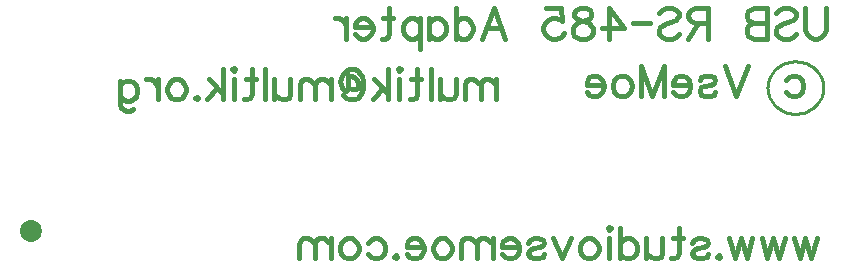
<source format=gbr>
%TF.GenerationSoftware,Novarm,DipTrace,3.0.0.2*%
%TF.CreationDate,2017-02-07T17:04:22+02:00*%
%FSLAX26Y26*%
%MOIN*%
%TF.FileFunction,Legend,Bot*%
%TF.Part,Single*%
%ADD16C,0.01*%
%ADD17C,0.073259*%
%ADD105C,0.015439*%
G75*
G01*
%LPD*%
X3132082Y1219150D2*
D16*
X3132309Y1225243D1*
X3132987Y1231307D1*
X3134114Y1237311D1*
X3135684Y1243226D1*
X3137690Y1249025D1*
X3140121Y1254678D1*
X3142966Y1260157D1*
X3146211Y1265437D1*
X3149840Y1270492D1*
X3153836Y1275296D1*
X3158179Y1279827D1*
X3162847Y1284062D1*
X3167819Y1287981D1*
X3173069Y1291564D1*
X3178573Y1294795D1*
X3184304Y1297658D1*
X3190233Y1300137D1*
X3196331Y1302223D1*
X3202570Y1303903D1*
X3208918Y1305171D1*
X3215345Y1306019D1*
X3221820Y1306444D1*
X3228310D1*
X3234784Y1306019D1*
X3241211Y1305171D1*
X3247559Y1303903D1*
X3253798Y1302223D1*
X3259897Y1300137D1*
X3265826Y1297658D1*
X3271556Y1294795D1*
X3277060Y1291564D1*
X3282310Y1287981D1*
X3287282Y1284062D1*
X3291951Y1279827D1*
X3296293Y1275296D1*
X3300289Y1270492D1*
X3303918Y1265437D1*
X3307163Y1260157D1*
X3310009Y1254678D1*
X3312440Y1249025D1*
X3314445Y1243226D1*
X3316015Y1237311D1*
X3317142Y1231307D1*
X3317821Y1225243D1*
X3318047Y1219150D1*
X3317821Y1213057D1*
X3317142Y1206994D1*
X3316015Y1200990D1*
X3314445Y1195074D1*
X3312440Y1189276D1*
X3310009Y1183623D1*
X3307163Y1178143D1*
X3303918Y1172863D1*
X3300289Y1167809D1*
X3296293Y1163005D1*
X3291951Y1158474D1*
X3287282Y1154239D1*
X3282310Y1150320D1*
X3277060Y1146736D1*
X3271556Y1143505D1*
X3265826Y1140643D1*
X3259897Y1138163D1*
X3253798Y1136078D1*
X3247559Y1134398D1*
X3241211Y1133130D1*
X3234784Y1132282D1*
X3228310Y1131856D1*
X3221820D1*
X3215345Y1132282D1*
X3208918Y1133130D1*
X3202570Y1134398D1*
X3196331Y1136078D1*
X3190233Y1138163D1*
X3184304Y1140643D1*
X3178573Y1143505D1*
X3173069Y1146736D1*
X3167819Y1150320D1*
X3162847Y1154239D1*
X3158179Y1158474D1*
X3153836Y1163005D1*
X3149840Y1167809D1*
X3146211Y1172863D1*
X3142966Y1178143D1*
X3140121Y1183623D1*
X3137690Y1189276D1*
X3135684Y1195074D1*
X3134114Y1200990D1*
X3132987Y1206994D1*
X3132309Y1213057D1*
X3132082Y1219150D1*
D17*
X677905Y740149D3*
X3325627Y1483171D2*
D105*
Y1411431D1*
X3320873Y1397061D1*
X3311257Y1387555D1*
X3296886Y1382691D1*
X3287380D1*
X3273010Y1387555D1*
X3263393Y1397061D1*
X3258640Y1411431D1*
Y1483171D1*
X3160775Y1468801D2*
X3170281Y1478418D1*
X3184651Y1483171D1*
X3203774D1*
X3218145Y1478418D1*
X3227761Y1468801D1*
Y1459295D1*
X3222898Y1449678D1*
X3218145Y1444924D1*
X3208638Y1440171D1*
X3179898Y1430554D1*
X3170281Y1425801D1*
X3165528Y1420937D1*
X3160775Y1411431D1*
Y1397061D1*
X3170281Y1387555D1*
X3184651Y1382691D1*
X3203774D1*
X3218145Y1387555D1*
X3227761Y1397061D1*
X3129896Y1483171D2*
Y1382691D1*
X3086786D1*
X3072416Y1387555D1*
X3067663Y1392308D1*
X3062910Y1401814D1*
Y1416184D1*
X3067663Y1425801D1*
X3072416Y1430554D1*
X3086786Y1435308D1*
X3072416Y1440171D1*
X3067663Y1444924D1*
X3062910Y1454431D1*
Y1464048D1*
X3067663Y1473554D1*
X3072416Y1478418D1*
X3086786Y1483171D1*
X3129896D1*
Y1435308D2*
X3086786D1*
X2934829D2*
X2891829D1*
X2877459Y1440171D1*
X2872596Y1444924D1*
X2867843Y1454431D1*
Y1464048D1*
X2872596Y1473554D1*
X2877459Y1478418D1*
X2891829Y1483171D1*
X2934829D1*
Y1382691D1*
X2901336Y1435308D2*
X2867843Y1382691D1*
X2769977Y1468801D2*
X2779484Y1478418D1*
X2793854Y1483171D1*
X2812977D1*
X2827347Y1478418D1*
X2836964Y1468801D1*
Y1459295D1*
X2832100Y1449678D1*
X2827347Y1444924D1*
X2817841Y1440171D1*
X2789101Y1430554D1*
X2779484Y1425801D1*
X2774731Y1420937D1*
X2769977Y1411431D1*
Y1397061D1*
X2779484Y1387555D1*
X2793854Y1382691D1*
X2812977D1*
X2827347Y1387555D1*
X2836964Y1397061D1*
X2739099Y1432876D2*
X2683829D1*
X2605087Y1382691D2*
Y1483060D1*
X2652951Y1416184D1*
X2581211D1*
X2526456Y1483060D2*
X2540716Y1478307D1*
X2545579Y1468801D1*
Y1459184D1*
X2540716Y1449678D1*
X2531209Y1444814D1*
X2512086Y1440061D1*
X2497716Y1435308D1*
X2488210Y1425691D1*
X2483456Y1416184D1*
Y1401814D1*
X2488210Y1392308D1*
X2492963Y1387444D1*
X2507333Y1382691D1*
X2526456D1*
X2540716Y1387444D1*
X2545579Y1392308D1*
X2550332Y1401814D1*
Y1416184D1*
X2545579Y1425691D1*
X2535962Y1435308D1*
X2521703Y1440061D1*
X2502580Y1444814D1*
X2492963Y1449678D1*
X2488210Y1459184D1*
Y1468801D1*
X2492963Y1478307D1*
X2507333Y1483060D1*
X2526456D1*
X2395208D2*
X2442961D1*
X2447714Y1440061D1*
X2442961Y1444814D1*
X2428591Y1449678D1*
X2414331D1*
X2399961Y1444814D1*
X2390344Y1435308D1*
X2385591Y1420937D1*
Y1411431D1*
X2390344Y1397061D1*
X2399961Y1387444D1*
X2414331Y1382691D1*
X2428591D1*
X2442961Y1387444D1*
X2447714Y1392308D1*
X2452578Y1401814D1*
X2180907Y1382691D2*
X2219264Y1483171D1*
X2257511Y1382691D1*
X2243141Y1416184D2*
X2195277D1*
X2092659Y1483171D2*
Y1382691D1*
Y1435308D2*
X2102165Y1444924D1*
X2111782Y1449678D1*
X2126152D1*
X2135659Y1444924D1*
X2145275Y1435308D1*
X2150029Y1420937D1*
Y1411431D1*
X2145275Y1397061D1*
X2135659Y1387555D1*
X2126152Y1382691D1*
X2111782D1*
X2102165Y1387555D1*
X2092659Y1397061D1*
X2004411Y1449678D2*
Y1382691D1*
Y1435308D2*
X2013917Y1444924D1*
X2023534Y1449678D1*
X2037793D1*
X2047410Y1444924D1*
X2056917Y1435308D1*
X2061780Y1420937D1*
Y1411431D1*
X2056917Y1397061D1*
X2047410Y1387555D1*
X2037793Y1382691D1*
X2023534D1*
X2013917Y1387555D1*
X2004411Y1397061D1*
X1973532Y1449678D2*
Y1349198D1*
Y1435308D2*
X1963915Y1444814D1*
X1954409Y1449678D1*
X1940039D1*
X1930422Y1444814D1*
X1920916Y1435308D1*
X1916052Y1420937D1*
Y1411321D1*
X1920916Y1397061D1*
X1930422Y1387444D1*
X1940039Y1382691D1*
X1954409D1*
X1963915Y1387444D1*
X1973532Y1397061D1*
X1870803Y1483171D2*
Y1401814D1*
X1866050Y1387555D1*
X1856433Y1382691D1*
X1846927D1*
X1885173Y1449678D2*
X1851680D1*
X1816048Y1420937D2*
X1758679D1*
Y1430554D1*
X1763432Y1440171D1*
X1768185Y1444924D1*
X1777802Y1449678D1*
X1792172D1*
X1801678Y1444924D1*
X1811295Y1435308D1*
X1816048Y1420937D1*
Y1411431D1*
X1811295Y1397061D1*
X1801678Y1387555D1*
X1792172Y1382691D1*
X1777802D1*
X1768185Y1387555D1*
X1758679Y1397061D1*
X1727800Y1449678D2*
Y1382691D1*
Y1420937D2*
X1722936Y1435308D1*
X1713430Y1444924D1*
X1703813Y1449678D1*
X1689443D1*
X3194153Y1243707D2*
X3203770Y1253324D1*
X3213386Y1258077D1*
X3227646D1*
X3237263Y1253324D1*
X3246769Y1243707D1*
X3251633Y1229337D1*
Y1219831D1*
X3246769Y1205461D1*
X3237263Y1195954D1*
X3227646Y1191090D1*
X3213386D1*
X3203770Y1195954D1*
X3194153Y1205461D1*
X3066072Y1291570D2*
X3027826Y1191090D1*
X2989579Y1291570D1*
X2906084Y1243707D2*
X2910837Y1253324D1*
X2925207Y1258077D1*
X2939577D1*
X2953948Y1253324D1*
X2958701Y1243707D1*
X2953948Y1234201D1*
X2944331Y1229337D1*
X2920454Y1224584D1*
X2910837Y1219831D1*
X2906084Y1210214D1*
Y1205461D1*
X2910837Y1195954D1*
X2925207Y1191090D1*
X2939577D1*
X2953948Y1195954D1*
X2958701Y1205461D1*
X2875206Y1229337D2*
X2817836D1*
Y1238954D1*
X2822589Y1248571D1*
X2827342Y1253324D1*
X2836959Y1258077D1*
X2851329D1*
X2860836Y1253324D1*
X2870452Y1243707D1*
X2875206Y1229337D1*
Y1219831D1*
X2870452Y1205461D1*
X2860836Y1195954D1*
X2851329Y1191090D1*
X2836959D1*
X2827342Y1195954D1*
X2817836Y1205461D1*
X2710464Y1191090D2*
Y1291570D1*
X2748711Y1191090D1*
X2786957Y1291570D1*
Y1191090D1*
X2655709Y1258077D2*
X2665216Y1253324D1*
X2674833Y1243707D1*
X2679586Y1229337D1*
Y1219831D1*
X2674833Y1205461D1*
X2665216Y1195954D1*
X2655709Y1191090D1*
X2641339D1*
X2631722Y1195954D1*
X2622216Y1205461D1*
X2617352Y1219831D1*
Y1229337D1*
X2622216Y1243707D1*
X2631722Y1253324D1*
X2641339Y1258077D1*
X2655709D1*
X2586474Y1229337D2*
X2529104D1*
Y1238954D1*
X2533857Y1248571D1*
X2538610Y1253324D1*
X2548227Y1258077D1*
X2562597D1*
X2572104Y1253324D1*
X2581721Y1243707D1*
X2586474Y1229337D1*
Y1219831D1*
X2581721Y1205461D1*
X2572104Y1195954D1*
X2562597Y1191090D1*
X2548227D1*
X2538610Y1195954D1*
X2529104Y1205461D1*
X3296566Y717087D2*
X3277443Y650101D1*
X3258320Y717087D1*
X3239197Y650101D1*
X3220073Y717087D1*
X3189195D2*
X3170072Y650101D1*
X3150948Y717087D1*
X3131825Y650101D1*
X3112702Y717087D1*
X3081823D2*
X3062700Y650101D1*
X3043577Y717087D1*
X3024454Y650101D1*
X3005330Y717087D1*
X2969699Y659718D2*
X2974452Y654854D1*
X2969699Y650101D1*
X2964835Y654854D1*
X2969699Y659718D1*
X2881340Y702717D2*
X2886093Y712334D1*
X2900463Y717087D1*
X2914833D1*
X2929203Y712334D1*
X2933956Y702717D1*
X2929203Y693211D1*
X2919586Y688347D1*
X2895710Y683594D1*
X2886093Y678841D1*
X2881340Y669224D1*
Y664471D1*
X2886093Y654964D1*
X2900463Y650101D1*
X2914833D1*
X2929203Y654964D1*
X2933956Y664471D1*
X2836091Y750581D2*
Y669224D1*
X2831338Y654964D1*
X2821721Y650101D1*
X2812215D1*
X2850461Y717087D2*
X2816968D1*
X2781336D2*
Y669224D1*
X2776583Y654964D1*
X2766966Y650101D1*
X2752596D1*
X2743090Y654964D1*
X2728720Y669224D1*
Y717087D2*
Y650101D1*
X2640471Y750581D2*
Y650101D1*
Y702717D2*
X2649978Y712334D1*
X2659595Y717087D1*
X2673965D1*
X2683471Y712334D1*
X2693088Y702717D1*
X2697841Y688347D1*
Y678841D1*
X2693088Y664471D1*
X2683471Y654964D1*
X2673965Y650101D1*
X2659595D1*
X2649978Y654964D1*
X2640471Y664471D1*
X2609593Y750581D2*
X2604840Y745828D1*
X2599976Y750581D1*
X2604840Y755445D1*
X2609593Y750581D1*
X2604840Y717087D2*
Y650101D1*
X2545221Y717087D2*
X2554727Y712334D1*
X2564344Y702717D1*
X2569098Y688347D1*
Y678841D1*
X2564344Y664471D1*
X2554727Y654964D1*
X2545221Y650101D1*
X2530851D1*
X2521234Y654964D1*
X2511728Y664471D1*
X2506864Y678841D1*
Y688347D1*
X2511728Y702717D1*
X2521234Y712334D1*
X2530851Y717087D1*
X2545221D1*
X2475986D2*
X2447245Y650101D1*
X2418616Y717087D1*
X2335121Y702717D2*
X2339874Y712334D1*
X2354244Y717087D1*
X2368614D1*
X2382984Y712334D1*
X2387737Y702717D1*
X2382984Y693211D1*
X2373367Y688347D1*
X2349491Y683594D1*
X2339874Y678841D1*
X2335121Y669224D1*
Y664471D1*
X2339874Y654964D1*
X2354244Y650101D1*
X2368614D1*
X2382984Y654964D1*
X2387737Y664471D1*
X2304242Y688347D2*
X2246872D1*
Y697964D1*
X2251626Y707581D1*
X2256379Y712334D1*
X2265996Y717087D1*
X2280366D1*
X2289872Y712334D1*
X2299489Y702717D1*
X2304242Y688347D1*
Y678841D1*
X2299489Y664471D1*
X2289872Y654964D1*
X2280366Y650101D1*
X2265996D1*
X2256379Y654964D1*
X2246872Y664471D1*
X2215994Y717087D2*
Y650101D1*
Y697964D2*
X2201624Y712334D1*
X2192007Y717087D1*
X2177747D1*
X2168130Y712334D1*
X2163377Y697964D1*
Y650101D1*
Y697964D2*
X2149007Y712334D1*
X2139390Y717087D1*
X2125131D1*
X2115514Y712334D1*
X2110650Y697964D1*
Y650101D1*
X2055895Y717087D2*
X2065402Y712334D1*
X2075019Y702717D1*
X2079772Y688347D1*
Y678841D1*
X2075019Y664471D1*
X2065402Y654964D1*
X2055895Y650101D1*
X2041525D1*
X2031908Y654964D1*
X2022402Y664471D1*
X2017538Y678841D1*
Y688347D1*
X2022402Y702717D1*
X2031908Y712334D1*
X2041525Y717087D1*
X2055895D1*
X1986660Y688347D2*
X1929290D1*
Y697964D1*
X1934043Y707581D1*
X1938796Y712334D1*
X1948413Y717087D1*
X1962783D1*
X1972290Y712334D1*
X1981907Y702717D1*
X1986660Y688347D1*
Y678841D1*
X1981907Y664471D1*
X1972290Y654964D1*
X1962783Y650101D1*
X1948413D1*
X1938796Y654964D1*
X1929290Y664471D1*
X1893658Y659718D2*
X1898411Y654854D1*
X1893658Y650101D1*
X1888795Y654854D1*
X1893658Y659718D1*
X1800436Y702717D2*
X1810053Y712334D1*
X1819670Y717087D1*
X1833929D1*
X1843546Y712334D1*
X1853052Y702717D1*
X1857916Y688347D1*
Y678841D1*
X1853052Y664471D1*
X1843546Y654964D1*
X1833929Y650101D1*
X1819670D1*
X1810053Y654964D1*
X1800436Y664471D1*
X1745681Y717087D2*
X1755187Y712334D1*
X1764804Y702717D1*
X1769557Y688347D1*
Y678841D1*
X1764804Y664471D1*
X1755187Y654964D1*
X1745681Y650101D1*
X1731311D1*
X1721694Y654964D1*
X1712187Y664471D1*
X1707324Y678841D1*
Y688347D1*
X1712187Y702717D1*
X1721694Y712334D1*
X1731311Y717087D1*
X1745681D1*
X1676445D2*
Y650101D1*
Y697964D2*
X1662075Y712334D1*
X1652458Y717087D1*
X1638199D1*
X1628582Y712334D1*
X1623829Y697964D1*
Y650101D1*
Y697964D2*
X1609459Y712334D1*
X1599842Y717087D1*
X1585582D1*
X1575965Y712334D1*
X1571102Y697964D1*
Y650101D1*
X2228766Y1246806D2*
Y1179820D1*
Y1227683D2*
X2214396Y1242053D1*
X2204779Y1246806D1*
X2190519D1*
X2180902Y1242053D1*
X2176149Y1227683D1*
Y1179820D1*
Y1227683D2*
X2161779Y1242053D1*
X2152162Y1246806D1*
X2137902D1*
X2128286Y1242053D1*
X2123422Y1227683D1*
Y1179820D1*
X2092543Y1246806D2*
Y1198943D1*
X2087790Y1184684D1*
X2078173Y1179820D1*
X2063803D1*
X2054297Y1184684D1*
X2039927Y1198943D1*
Y1246806D2*
Y1179820D1*
X2009048Y1280300D2*
Y1179820D1*
X1963800Y1280300D2*
Y1198943D1*
X1959047Y1184684D1*
X1949430Y1179820D1*
X1939923D1*
X1978170Y1246806D2*
X1944676D1*
X1909045Y1280300D2*
X1904292Y1275547D1*
X1899428Y1280300D1*
X1904292Y1285164D1*
X1909045Y1280300D1*
X1904292Y1246806D2*
Y1179820D1*
X1868549Y1280300D2*
Y1179820D1*
X1820686Y1246806D2*
X1868549Y1198943D1*
X1849426Y1218066D2*
X1815933Y1179820D1*
X1732438Y1256313D2*
X1746808D1*
X1756314Y1251560D1*
X1761178Y1246806D1*
X1765931Y1237190D1*
Y1218066D1*
X1761178Y1213313D1*
X1751561D1*
X1732438Y1218066D1*
X1727685Y1208560D1*
X1722931D1*
X1713314Y1218066D1*
X1708561Y1241943D1*
X1713314Y1256313D1*
X1718068Y1265930D1*
X1727685Y1275436D1*
X1737191Y1280189D1*
X1756314D1*
X1765931Y1275436D1*
X1775437Y1265930D1*
X1780301Y1256313D1*
X1785054Y1241943D1*
Y1218066D1*
X1780301Y1203696D1*
X1775437Y1194190D1*
X1765931Y1184573D1*
X1756314Y1179820D1*
X1737191D1*
X1727685Y1184573D1*
X1718068Y1194190D1*
X1732438Y1261066D2*
Y1218066D1*
X1677683Y1246806D2*
Y1179820D1*
Y1227683D2*
X1663313Y1242053D1*
X1653696Y1246806D1*
X1639436D1*
X1629819Y1242053D1*
X1625066Y1227683D1*
Y1179820D1*
Y1227683D2*
X1610696Y1242053D1*
X1601079Y1246806D1*
X1586820D1*
X1577203Y1242053D1*
X1572339Y1227683D1*
Y1179820D1*
X1541461Y1246806D2*
Y1198943D1*
X1536707Y1184684D1*
X1527090Y1179820D1*
X1512720D1*
X1503214Y1184684D1*
X1488844Y1198943D1*
Y1246806D2*
Y1179820D1*
X1457965Y1280300D2*
Y1179820D1*
X1412717Y1280300D2*
Y1198943D1*
X1407964Y1184684D1*
X1398347Y1179820D1*
X1388840D1*
X1427087Y1246806D2*
X1393594D1*
X1357962Y1280300D2*
X1353209Y1275547D1*
X1348345Y1280300D1*
X1353209Y1285164D1*
X1357962Y1280300D1*
X1353209Y1246806D2*
Y1179820D1*
X1317467Y1280300D2*
Y1179820D1*
X1269603Y1246806D2*
X1317467Y1198943D1*
X1298343Y1218066D2*
X1264850Y1179820D1*
X1229218Y1189437D2*
X1233971Y1184573D1*
X1229218Y1179820D1*
X1224355Y1184573D1*
X1229218Y1189437D1*
X1169600Y1246806D2*
X1179106Y1242053D1*
X1188723Y1232436D1*
X1193476Y1218066D1*
Y1208560D1*
X1188723Y1194190D1*
X1179106Y1184684D1*
X1169600Y1179820D1*
X1155230D1*
X1145613Y1184684D1*
X1136106Y1194190D1*
X1131243Y1208560D1*
Y1218066D1*
X1136106Y1232436D1*
X1145613Y1242053D1*
X1155230Y1246806D1*
X1169600D1*
X1100364D2*
Y1179820D1*
Y1218066D2*
X1095500Y1232436D1*
X1085994Y1242053D1*
X1076377Y1246806D1*
X1062007D1*
X973759Y1242053D2*
Y1165450D1*
X978512Y1151190D1*
X983265Y1146326D1*
X992882Y1141573D1*
X1007252D1*
X1016758Y1146326D1*
X973759Y1227683D2*
X983265Y1237190D1*
X992882Y1242053D1*
X1007252D1*
X1016758Y1237190D1*
X1026375Y1227683D1*
X1031129Y1213313D1*
Y1203696D1*
X1026375Y1189437D1*
X1016758Y1179820D1*
X1007252Y1175067D1*
X992882D1*
X983265Y1179820D1*
X973759Y1189437D1*
M02*

</source>
